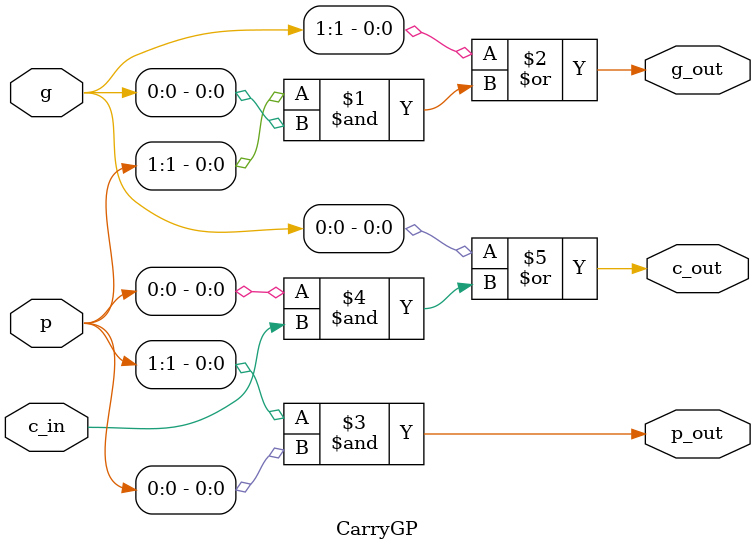
<source format=v>

`timescale 1ns / 1ps

module CarryGP(
    input [1:0] g, p,   // Lower level 2-set G, P
    input c_in,         // Lower level Carry-In
    output g_out, p_out, c_out);    // Higher level G, P, Carry-Out
    
    assign g_out = g[1] | p[1] & g[0];  // higher level carry generator
    assign p_out = p[1] & p[0];         // higher level carry propagator
    assign c_out = g[0] | p[0] & c_in;  // higher level carry_out;
    
endmodule

</source>
